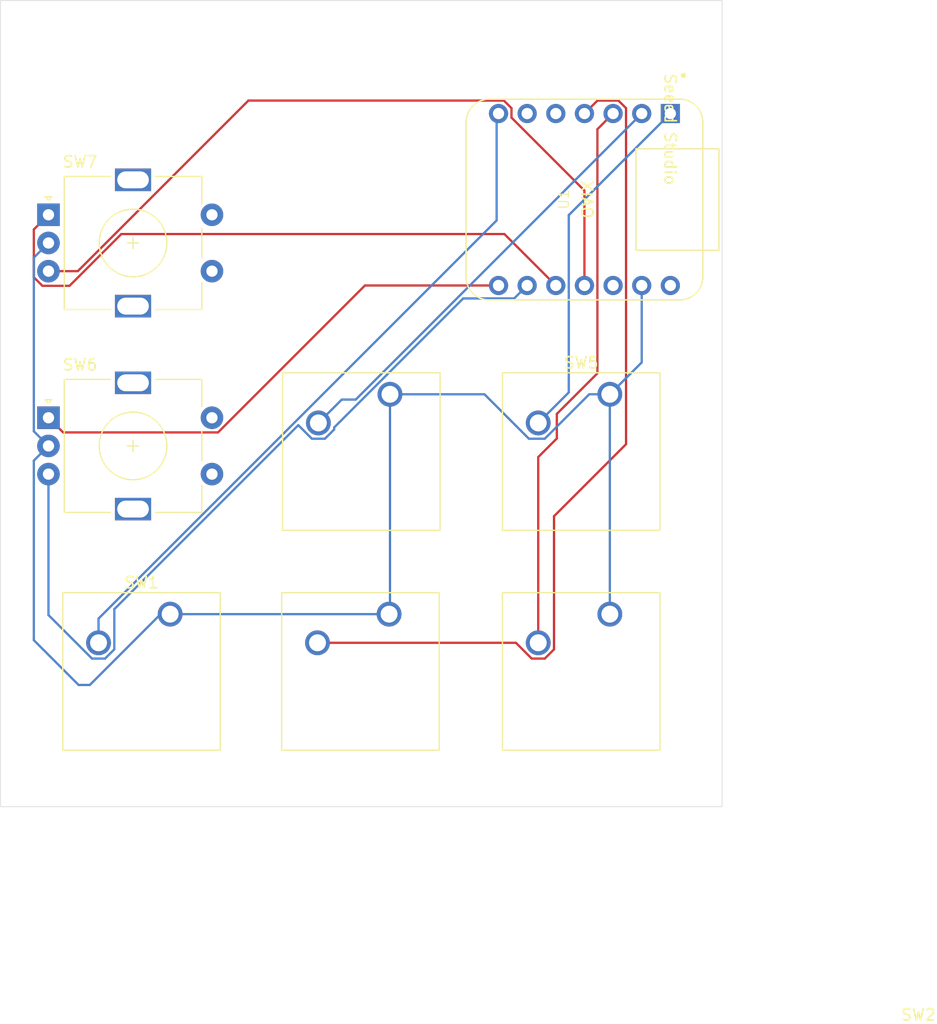
<source format=kicad_pcb>
(kicad_pcb (version 20240108) (generator "pcbnew") (generator_version "8.0")
  (layers (0 "F.Cu" signal) (31 "B.Cu" signal) (34 "B.Paste" user) (35 "F.Paste" user) (36 "B.SilkS" user "B.Silkscreen") (37 "F.SilkS" user "F.Silkscreen") (38 "B.Mask" user) (39 "F.Mask" user) (44 "Edge.Cuts" user))
  (net 0 "")
  (net 1 "GND")
  (net 2 "1")
  (net 3 "2")
  (net 4 "3")
  (net 5 "4")
  (net 6 "5")
  (net 7 "B")
  (net 8 "A")
  (net 9 "A1")
  (net 10 "B2")
  (footprint "Button_Switch_Keyboard:SW_Cherry_MX_1.00u_PCB" (layer "F.Cu") (at 157.54 89.92)
    (property "Reference" "SW3" (hide yes))
    (property "Value" "SW_Push")
    (fp_line (start -9.525 -1.905) (end 4.445 -1.905) (stroke (width 0.12)) (layer "F.SilkS"))
    (fp_line (start -9.525 12.065) (end -9.525 -1.905) (stroke (width 0.12)) (layer "F.SilkS"))
    (fp_line (start 4.445 -1.905) (end 4.445 12.065) (stroke (width 0.12)) (layer "F.SilkS"))
    (fp_line (start 4.445 12.065) (end -9.525 12.065) (stroke (width 0.12)) (layer "F.SilkS"))
    (pad "" np_thru_hole circle (at -7.62 5.08) (size 1.7 1.7) (drill 1.7) (layers "*.Cu" "*.Mask"))
    (pad "" np_thru_hole circle (at -2.54 5.08) (size 4 4) (drill 4) (layers "*.Cu" "*.Mask"))
    (pad "" np_thru_hole circle (at 2.54 5.08) (size 1.7 1.7) (drill 1.7) (layers "*.Cu" "*.Mask"))
    (pad "1" thru_hole circle (at 0 0) (size 2.2 2.2) (drill 1.5) (layers "*.Cu" "*.Mask") (net 1 "GND"))
    (pad "2" thru_hole circle (at -6.35 2.54) (size 2.2 2.2) (drill 1.5) (layers "*.Cu" "*.Mask") (net 4 "3"))
  )
  (footprint "Button_Switch_Keyboard:SW_Cherry_MX_1.00u_PCB" (layer "F.Cu") (at 138.04 70.42)
    (property "Reference" "SW4" (hide yes))
    (property "Value" "SW_Push")
    (fp_line (start -9.525 -1.905) (end 4.445 -1.905) (stroke (width 0.12)) (layer "F.SilkS"))
    (fp_line (start -9.525 12.065) (end -9.525 -1.905) (stroke (width 0.12)) (layer "F.SilkS"))
    (fp_line (start 4.445 -1.905) (end 4.445 12.065) (stroke (width 0.12)) (layer "F.SilkS"))
    (fp_line (start 4.445 12.065) (end -9.525 12.065) (stroke (width 0.12)) (layer "F.SilkS"))
    (pad "" np_thru_hole circle (at -7.62 5.08) (size 1.7 1.7) (drill 1.7) (layers "*.Cu" "*.Mask"))
    (pad "" np_thru_hole circle (at -2.54 5.08) (size 4 4) (drill 4) (layers "*.Cu" "*.Mask"))
    (pad "" np_thru_hole circle (at 2.54 5.08) (size 1.7 1.7) (drill 1.7) (layers "*.Cu" "*.Mask"))
    (pad "1" thru_hole circle (at 0 0) (size 2.2 2.2) (drill 1.5) (layers "*.Cu" "*.Mask") (net 1 "GND"))
    (pad "2" thru_hole circle (at -6.35 2.54) (size 2.2 2.2) (drill 1.5) (layers "*.Cu" "*.Mask") (net 5 "4"))
  )
  (footprint "Button_Switch_Keyboard:SW_Cherry_MX_1.00u_PCB" (layer "F.Cu") (at 118.54 89.92)
    (property "Reference" "SW1" (at -2.54 -2.794 0) (layer "F.SilkS"))
    (property "Value" "SW_Push")
    (fp_line (start -9.525 -1.905) (end 4.445 -1.905) (stroke (width 0.12)) (layer "F.SilkS"))
    (fp_line (start -9.525 12.065) (end -9.525 -1.905) (stroke (width 0.12)) (layer "F.SilkS"))
    (fp_line (start 4.445 -1.905) (end 4.445 12.065) (stroke (width 0.12)) (layer "F.SilkS"))
    (fp_line (start 4.445 12.065) (end -9.525 12.065) (stroke (width 0.12)) (layer "F.SilkS"))
    (pad "" np_thru_hole circle (at -7.62 5.08) (size 1.7 1.7) (drill 1.7) (layers "*.Cu" "*.Mask"))
    (pad "" np_thru_hole circle (at -2.54 5.08) (size 4 4) (drill 4) (layers "*.Cu" "*.Mask"))
    (pad "" np_thru_hole circle (at 2.54 5.08) (size 1.7 1.7) (drill 1.7) (layers "*.Cu" "*.Mask"))
    (pad "1" thru_hole circle (at 0 0) (size 2.2 2.2) (drill 1.5) (layers "*.Cu" "*.Mask") (net 1 "GND"))
    (pad "2" thru_hole circle (at -6.35 2.54) (size 2.2 2.2) (drill 1.5) (layers "*.Cu" "*.Mask") (net 2 "1"))
  )
  (footprint "Button_Switch_Keyboard:SW_Cherry_MX_1.00u_PCB" (layer "F.Cu") (at 137.96 89.92)
    (property "Reference" "SW2" (at 46.95 35.536 0) (layer "F.SilkS"))
    (property "Value" "SW_Push")
    (fp_line (start -9.525 -1.905) (end 4.445 -1.905) (stroke (width 0.12)) (layer "F.SilkS"))
    (fp_line (start -9.525 12.065) (end -9.525 -1.905) (stroke (width 0.12)) (layer "F.SilkS"))
    (fp_line (start 4.445 -1.905) (end 4.445 12.065) (stroke (width 0.12)) (layer "F.SilkS"))
    (fp_line (start 4.445 12.065) (end -9.525 12.065) (stroke (width 0.12)) (layer "F.SilkS"))
    (pad "" np_thru_hole circle (at -7.62 5.08) (size 1.7 1.7) (drill 1.7) (layers "*.Cu" "*.Mask"))
    (pad "" np_thru_hole circle (at -2.54 5.08) (size 4 4) (drill 4) (layers "*.Cu" "*.Mask"))
    (pad "" np_thru_hole circle (at 2.54 5.08) (size 1.7 1.7) (drill 1.7) (layers "*.Cu" "*.Mask"))
    (pad "1" thru_hole circle (at 0 0) (size 2.2 2.2) (drill 1.5) (layers "*.Cu" "*.Mask") (net 1 "GND"))
    (pad "2" thru_hole circle (at -6.35 2.54) (size 2.2 2.2) (drill 1.5) (layers "*.Cu" "*.Mask") (net 3 "2"))
  )
  (footprint "Rotary_Encoder:RotaryEncoder_Alps_EC11E-Switch_Vertical_H20mm" (layer "F.Cu") (at 107.75 72.5)
    (property "Reference" "SW6" (at 2.8 -4.7 0) (layer "F.SilkS"))
    (property "Value" "RotaryEncoder")
    (fp_line (start -0.3 -1.6) (end 0.3 -1.6) (stroke (width 0.12)) (layer "F.SilkS"))
    (fp_line (start 0 -1.3) (end -0.3 -1.6) (stroke (width 0.12)) (layer "F.SilkS"))
    (fp_line (start 0.3 -1.6) (end 0 -1.3) (stroke (width 0.12)) (layer "F.SilkS"))
    (fp_line (start 1.4 -3.4) (end 1.4 8.4) (stroke (width 0.12)) (layer "F.SilkS"))
    (fp_line (start 5.5 -3.4) (end 1.4 -3.4) (stroke (width 0.12)) (layer "F.SilkS"))
    (fp_line (start 5.5 8.4) (end 1.4 8.4) (stroke (width 0.12)) (layer "F.SilkS"))
    (fp_line (start 7 2.5) (end 8 2.5) (stroke (width 0.12)) (layer "F.SilkS"))
    (fp_line (start 7.5 2) (end 7.5 3) (stroke (width 0.12)) (layer "F.SilkS"))
    (fp_line (start 9.5 -3.4) (end 13.6 -3.4) (stroke (width 0.12)) (layer "F.SilkS"))
    (fp_line (start 13.6 -3.4) (end 13.6 -1) (stroke (width 0.12)) (layer "F.SilkS"))
    (fp_line (start 13.6 1.2) (end 13.6 3.8) (stroke (width 0.12)) (layer "F.SilkS"))
    (fp_line (start 13.6 6) (end 13.6 8.4) (stroke (width 0.12)) (layer "F.SilkS"))
    (fp_line (start 13.6 8.4) (end 9.5 8.4) (stroke (width 0.12)) (layer "F.SilkS"))
    (fp_circle (center 7.5 2.5) (end 10.5 2.5) (stroke (width 0.12)) (fill none) (layer "F.SilkS"))
    (pad "A" thru_hole rect (at 0 0) (size 2 2) (drill 1) (layers "*.Cu" "*.Mask") (net 8 "A"))
    (pad "B" thru_hole circle (at 0 5) (size 2 2) (drill 1) (layers "*.Cu" "*.Mask") (net 7 "B"))
    (pad "C" thru_hole circle (at 0 2.5) (size 2 2) (drill 1) (layers "*.Cu" "*.Mask") (net 1 "GND"))
    (pad "MP" thru_hole rect (at 7.5 -3.1) (size 3.2 2) (drill oval 2.8 1.5) (layers "*.Cu" "*.Mask"))
    (pad "MP" thru_hole rect (at 7.5 8.1) (size 3.2 2) (drill oval 2.8 1.5) (layers "*.Cu" "*.Mask"))
    (pad "S1" thru_hole circle (at 14.5 5) (size 2 2) (drill 1) (layers "*.Cu" "*.Mask"))
    (pad "S2" thru_hole circle (at 14.5 0) (size 2 2) (drill 1) (layers "*.Cu" "*.Mask"))
  )
  (footprint "Rotary_Encoder:RotaryEncoder_Alps_EC11E-Switch_Vertical_H20mm" (layer "F.Cu") (at 107.75 54.5)
    (property "Reference" "SW7" (at 2.8 -4.7 0) (layer "F.SilkS"))
    (property "Value" "RotaryEncoder")
    (fp_line (start -0.3 -1.6) (end 0.3 -1.6) (stroke (width 0.12)) (layer "F.SilkS"))
    (fp_line (start 0 -1.3) (end -0.3 -1.6) (stroke (width 0.12)) (layer "F.SilkS"))
    (fp_line (start 0.3 -1.6) (end 0 -1.3) (stroke (width 0.12)) (layer "F.SilkS"))
    (fp_line (start 1.4 -3.4) (end 1.4 8.4) (stroke (width 0.12)) (layer "F.SilkS"))
    (fp_line (start 5.5 -3.4) (end 1.4 -3.4) (stroke (width 0.12)) (layer "F.SilkS"))
    (fp_line (start 5.5 8.4) (end 1.4 8.4) (stroke (width 0.12)) (layer "F.SilkS"))
    (fp_line (start 7 2.5) (end 8 2.5) (stroke (width 0.12)) (layer "F.SilkS"))
    (fp_line (start 7.5 2) (end 7.5 3) (stroke (width 0.12)) (layer "F.SilkS"))
    (fp_line (start 9.5 -3.4) (end 13.6 -3.4) (stroke (width 0.12)) (layer "F.SilkS"))
    (fp_line (start 13.6 -3.4) (end 13.6 -1) (stroke (width 0.12)) (layer "F.SilkS"))
    (fp_line (start 13.6 1.2) (end 13.6 3.8) (stroke (width 0.12)) (layer "F.SilkS"))
    (fp_line (start 13.6 6) (end 13.6 8.4) (stroke (width 0.12)) (layer "F.SilkS"))
    (fp_line (start 13.6 8.4) (end 9.5 8.4) (stroke (width 0.12)) (layer "F.SilkS"))
    (fp_circle (center 7.5 2.5) (end 10.5 2.5) (stroke (width 0.12)) (fill none) (layer "F.SilkS"))
    (pad "A" thru_hole rect (at 0 0) (size 2 2) (drill 1) (layers "*.Cu" "*.Mask") (net 9 "A1"))
    (pad "B" thru_hole circle (at 0 5) (size 2 2) (drill 1) (layers "*.Cu" "*.Mask") (net 10 "B2"))
    (pad "C" thru_hole circle (at 0 2.5) (size 2 2) (drill 1) (layers "*.Cu" "*.Mask") (net 1 "GND"))
    (pad "MP" thru_hole rect (at 7.5 -3.1) (size 3.2 2) (drill oval 2.8 1.5) (layers "*.Cu" "*.Mask"))
    (pad "MP" thru_hole rect (at 7.5 8.1) (size 3.2 2) (drill oval 2.8 1.5) (layers "*.Cu" "*.Mask"))
    (pad "S1" thru_hole circle (at 14.5 5) (size 2 2) (drill 1) (layers "*.Cu" "*.Mask"))
    (pad "S2" thru_hole circle (at 14.5 0) (size 2 2) (drill 1) (layers "*.Cu" "*.Mask"))
  )
  (footprint "Seeed Studio XIAO Series Library:XIAO-Generic-Thruhole-14P-2.54-21X17.8MM" (layer "F.Cu") (at 155.287985 53.14525 -90)
    (property "Reference" "U1" (at 0 1.827985 90) (layer "F.SilkS") (effects (font (size 0.889 0.889) (thickness 0.1016))))
    (property "Value" "Seeed Studio XIAO SAMD21" (hide yes))
    (fp_line (start -6.9 10.5) (end 6.9 10.5) (stroke (width 0.127)) (layer "F.SilkS"))
    (fp_line (start 8.9 8.5) (end 8.9 -8.5) (stroke (width 0.127)) (layer "F.SilkS"))
    (fp_line (start -4.5 -4.57073) (end -4.5 -11.92403) (stroke (width 0.127)) (layer "F.SilkS"))
    (fp_line (start 4.5 -4.57073) (end -4.5 -4.57073) (stroke (width 0.127)) (layer "F.SilkS"))
    (fp_line (start -8.9 -8.5) (end -8.9 8.5) (stroke (width 0.127)) (layer "F.SilkS"))
    (fp_line (start 6.9 -10.49909) (end -6.9 -10.49909) (stroke (width 0.127)) (layer "F.SilkS"))
    (fp_line (start -4.5 -11.92403) (end 4.5 -11.92403) (stroke (width 0.127)) (layer "F.SilkS"))
    (fp_line (start 4.5 -11.92403) (end 4.5 -4.57073) (stroke (width 0.127)) (layer "F.SilkS"))
    (fp_arc (start -6.9 10.5) (mid -8.301423 9.901423) (end -8.9 8.5) (stroke (width 0.12)) (layer "F.SilkS"))
    (fp_arc (start 8.9 8.5) (mid 8.314214 9.914214) (end 6.9 10.5) (stroke (width 0.12)) (layer "F.SilkS"))
    (fp_arc (start -8.9 -8.5) (mid -8.301491 -9.901491) (end -6.9 -10.5) (stroke (width 0.12)) (layer "F.SilkS"))
    (fp_arc (start 6.9 -10.5) (mid 8.301494 -9.901494) (end 8.9 -8.5) (stroke (width 0.12)) (layer "F.SilkS"))
    (fp_circle (center -11 -8.8) (end -11 -9.054) (fill solid) (layer "F.SilkS"))
    (fp_poly (pts (xy -8.887715 -8.561705) (xy -8.884667 -8.610473) (xy -8.880603 -8.659494)) (stroke (width 0.0254)) (fill none) (layer "F.SilkS"))
    (fp_poly (pts (xy 8.889492 8.521574) (xy 8.887713 8.57085) (xy 8.884665 8.619618) (xy 8.880601 8.668639) (xy 8.875268 8.717407) (xy 8.868664 8.766175) (xy 8.861044 8.81469) (xy 8.852153 8.86295) (xy 8.842248 8.910955)) (stroke (width 0.0254)) (fill none) (layer "F.SilkS"))
    (fp_text user "Seeed Studio" (at -6.229 -7.61253 -90) (layer "F.SilkS"))
    (fp_text user "XIAO" (at 0 -0.212015 -90) (layer "F.SilkS"))
    (pad "1" thru_hole rect (at -7.625 -7.62 270) (size 1.7 1.7) (drill 1) (layers "*.Cu" "*.Mask") (net 6 "5"))
    (pad "2" thru_hole circle (at -7.625 -5.08 270) (size 1.7 1.7) (drill 1) (layers "*.Cu" "*.Mask") (net 5 "4"))
    (pad "3" thru_hole circle (at -7.625 -2.54 270) (size 1.7 1.7) (drill 1) (layers "*.Cu" "*.Mask") (net 4 "3"))
    (pad "4" thru_hole circle (at -7.625 0 270) (size 1.7 1.7) (drill 1) (layers "*.Cu" "*.Mask") (net 3 "2"))
    (pad "5" thru_hole circle (at -7.625 2.54 270) (size 1.7 1.7) (drill 1) (layers "*.Cu" "*.Mask"))
    (pad "6" thru_hole circle (at -7.625 5.08 90) (size 1.7 1.7) (drill 1) (layers "*.Cu" "*.Mask"))
    (pad "7" thru_hole circle (at -7.625 7.62 270) (size 1.7 1.7) (drill 1) (layers "*.Cu" "*.Mask") (net 2 "1"))
    (pad "8" thru_hole circle (at 7.625 7.62 270) (size 1.7 1.7) (drill 1) (layers "*.Cu" "*.Mask") (net 8 "A"))
    (pad "9" thru_hole circle (at 7.625 5.08 270) (size 1.7 1.7) (drill 1) (layers "*.Cu" "*.Mask") (net 7 "B"))
    (pad "10" thru_hole circle (at 7.625 2.54 270) (size 1.7 1.7) (drill 1) (layers "*.Cu" "*.Mask") (net 9 "A1"))
    (pad "11" thru_hole circle (at 7.625 0 270) (size 1.7 1.7) (drill 1) (layers "*.Cu" "*.Mask") (net 10 "B2"))
    (pad "12" thru_hole circle (at 7.625 -2.54 270) (size 1.7 1.7) (drill 1) (layers "*.Cu" "*.Mask"))
    (pad "13" thru_hole circle (at 7.625 -5.08 270) (size 1.7 1.7) (drill 1) (layers "*.Cu" "*.Mask") (net 1 "GND"))
    (pad "14" thru_hole circle (at 7.625 -7.62 270) (size 1.7 1.7) (drill 1) (layers "*.Cu" "*.Mask"))
  )
  (footprint "Button_Switch_Keyboard:SW_Cherry_MX_1.00u_PCB" (layer "F.Cu") (at 157.54 70.42)
    (property "Reference" "SW5" (at -2.54 -2.794 0) (layer "F.SilkS"))
    (property "Value" "SW_Push")
    (fp_line (start -9.525 -1.905) (end 4.445 -1.905) (stroke (width 0.12)) (layer "F.SilkS"))
    (fp_line (start -9.525 12.065) (end -9.525 -1.905) (stroke (width 0.12)) (layer "F.SilkS"))
    (fp_line (start 4.445 -1.905) (end 4.445 12.065) (stroke (width 0.12)) (layer "F.SilkS"))
    (fp_line (start 4.445 12.065) (end -9.525 12.065) (stroke (width 0.12)) (layer "F.SilkS"))
    (pad "" np_thru_hole circle (at -7.62 5.08) (size 1.7 1.7) (drill 1.7) (layers "*.Cu" "*.Mask"))
    (pad "" np_thru_hole circle (at -2.54 5.08) (size 4 4) (drill 4) (layers "*.Cu" "*.Mask"))
    (pad "" np_thru_hole circle (at 2.54 5.08) (size 1.7 1.7) (drill 1.7) (layers "*.Cu" "*.Mask"))
    (pad "1" thru_hole circle (at 0 0) (size 2.2 2.2) (drill 1.5) (layers "*.Cu" "*.Mask") (net 1 "GND"))
    (pad "2" thru_hole circle (at -6.35 2.54) (size 2.2 2.2) (drill 1.5) (layers "*.Cu" "*.Mask") (net 6 "5"))
  )
  (gr_rect (start 103.5 35.5) (end 167.5 107) (stroke (width 0.05)) (fill none) (layer "Edge.Cuts"))
  (segment (start 157.54 70.42) (end 155.709899 70.42) (width 0.2) (layer "B.Cu") (net 1))
  (segment (start 106.45 76.3) (end 107.75 75) (width 0.2) (layer "B.Cu") (net 1))
  (segment (start 110.422944 96.2) (end 106.45 92.227056) (width 0.2) (layer "B.Cu") (net 1))
  (segment (start 155.709899 70.42) (end 151.769899 74.36) (width 0.2) (layer "B.Cu") (net 1))
  (segment (start 160.367985 67.592015) (end 157.54 70.42) (width 0.2) (layer "B.Cu") (net 1))
  (segment (start 137.96 89.92) (end 118.54 89.92) (width 0.2) (layer "B.Cu") (net 1))
  (segment (start 160.367985 60.77025) (end 160.367985 67.592015) (width 0.2) (layer "B.Cu") (net 1))
  (segment (start 117.697056 89.92) (end 111.417056 96.2) (width 0.2) (layer "B.Cu") (net 1))
  (segment (start 106.45 73.7) (end 106.45 58.3) (width 0.2) (layer "B.Cu") (net 1))
  (segment (start 151.769899 74.36) (end 150.36 74.36) (width 0.2) (layer "B.Cu") (net 1))
  (segment (start 106.45 92.227056) (end 106.45 76.3) (width 0.2) (layer "B.Cu") (net 1))
  (segment (start 106.45 58.3) (end 107.75 57) (width 0.2) (layer "B.Cu") (net 1))
  (segment (start 111.417056 96.2) (end 110.422944 96.2) (width 0.2) (layer "B.Cu") (net 1))
  (segment (start 146.42 70.42) (end 138.04 70.42) (width 0.2) (layer "B.Cu") (net 1))
  (segment (start 107.75 75) (end 106.45 73.7) (width 0.2) (layer "B.Cu") (net 1))
  (segment (start 138.04 70.42) (end 138.04 89.84) (width 0.2) (layer "B.Cu") (net 1))
  (segment (start 138.04 89.84) (end 137.96 89.92) (width 0.2) (layer "B.Cu") (net 1))
  (segment (start 118.54 89.92) (end 117.697056 89.92) (width 0.2) (layer "B.Cu") (net 1))
  (segment (start 157.54 89.92) (end 157.54 70.42) (width 0.2) (layer "B.Cu") (net 1))
  (segment (start 150.36 74.36) (end 146.42 70.42) (width 0.2) (layer "B.Cu") (net 1))
  (segment (start 147.667985 45.52025) (end 147.52025 45.52025) (width 0.2) (layer "B.Cu") (net 2))
  (segment (start 147.5 45.5) (end 147.5 55) (width 0.2) (layer "B.Cu") (net 2))
  (segment (start 147.52025 45.52025) (end 147.5 45.5) (width 0.2) (layer "B.Cu") (net 2))
  (segment (start 112.19 90.31) (end 112.19 92.46) (width 0.2) (layer "B.Cu") (net 2))
  (segment (start 147.5 55) (end 112.19 90.31) (width 0.2) (layer "B.Cu") (net 2))
  (segment (start 158.977985 74.845417) (end 152.59 81.233402) (width 0.2) (layer "F.Cu") (net 3))
  (segment (start 156.437985 44.37025) (end 158.304331 44.37025) (width 0.2) (layer "F.Cu") (net 3))
  (segment (start 158.304331 44.37025) (end 158.977985 45.043904) (width 0.2) (layer "F.Cu") (net 3))
  (segment (start 152.59 93.039899) (end 151.769899 93.86) (width 0.2) (layer "F.Cu") (net 3))
  (segment (start 158.977985 45.043904) (end 158.977985 74.845417) (width 0.2) (layer "F.Cu") (net 3))
  (segment (start 155.287985 45.52025) (end 156.437985 44.37025) (width 0.2) (layer "F.Cu") (net 3))
  (segment (start 150.610101 93.86) (end 149.210101 92.46) (width 0.2) (layer "F.Cu") (net 3))
  (segment (start 152.59 81.233402) (end 152.59 93.039899) (width 0.2) (layer "F.Cu") (net 3))
  (segment (start 151.769899 93.86) (end 150.610101 93.86) (width 0.2) (layer "F.Cu") (net 3))
  (segment (start 149.210101 92.46) (end 131.61 92.46) (width 0.2) (layer "F.Cu") (net 3))
  (segment (start 156.437985 46.91025) (end 156.437985 68.562015) (width 0.2) (layer "F.Cu") (net 4))
  (segment (start 157.827985 45.52025) (end 156.437985 46.91025) (width 0.2) (layer "F.Cu") (net 4))
  (segment (start 152.838299 74.338299) (end 151.19 75.986598) (width 0.2) (layer "F.Cu") (net 4))
  (segment (start 156.437985 68.562015) (end 152.838299 72.161701) (width 0.2) (layer "F.Cu") (net 4))
  (segment (start 151.19 75.986598) (end 151.19 92.46) (width 0.2) (layer "F.Cu") (net 4))
  (segment (start 152.838299 72.161701) (end 152.838299 74.338299) (width 0.2) (layer "F.Cu") (net 4))
  (segment (start 133.761765 70.888235) (end 131.69 72.96) (width 0.2) (layer "B.Cu") (net 5))
  (segment (start 160.367985 45.52025) (end 135 70.888235) (width 0.2) (layer "B.Cu") (net 5))
  (segment (start 135 70.888235) (end 133.761765 70.888235) (width 0.2) (layer "B.Cu") (net 5))
  (segment (start 153.897985 54.53025) (end 153.897985 70.252015) (width 0.2) (layer "B.Cu") (net 6))
  (segment (start 162.907985 45.52025) (end 153.897985 54.53025) (width 0.2) (layer "B.Cu") (net 6))
  (segment (start 153.897985 70.252015) (end 151.19 72.96) (width 0.2) (layer "B.Cu") (net 6))
  (segment (start 144.533671 61.92025) (end 133.09 73.363921) (width 0.2) (layer "B.Cu") (net 7))
  (segment (start 107.75 89.999899) (end 107.75 77.5) (width 0.2) (layer "B.Cu") (net 7))
  (segment (start 149.057985 61.92025) (end 144.533671 61.92025) (width 0.2) (layer "B.Cu") (net 7))
  (segment (start 133.09 73.363921) (end 133.09 73.539899) (width 0.2) (layer "B.Cu") (net 7))
  (segment (start 131.110101 74.36) (end 129.907893 73.157792) (width 0.2) (layer "B.Cu") (net 7))
  (segment (start 133.09 73.539899) (end 132.269899 74.36) (width 0.2) (layer "B.Cu") (net 7))
  (segment (start 113.59 89.475685) (end 113.59 93.039899) (width 0.2) (layer "B.Cu") (net 7))
  (segment (start 112.769899 93.86) (end 111.610101 93.86) (width 0.2) (layer "B.Cu") (net 7))
  (segment (start 113.59 93.039899) (end 112.769899 93.86) (width 0.2) (layer "B.Cu") (net 7))
  (segment (start 111.610101 93.86) (end 107.75 89.999899) (width 0.2) (layer "B.Cu") (net 7))
  (segment (start 132.269899 74.36) (end 131.110101 74.36) (width 0.2) (layer "B.Cu") (net 7))
  (segment (start 150.207985 60.77025) (end 149.057985 61.92025) (width 0.2) (layer "B.Cu") (net 7))
  (segment (start 129.907893 73.157792) (end 113.59 89.475685) (width 0.2) (layer "B.Cu") (net 7))
  (segment (start 109.05 73.8) (end 107.75 72.5) (width 0.2) (layer "F.Cu") (net 8))
  (segment (start 122.788478 73.8) (end 109.05 73.8) (width 0.2) (layer "F.Cu") (net 8))
  (segment (start 135.818228 60.77025) (end 122.788478 73.8) (width 0.2) (layer "F.Cu") (net 8))
  (segment (start 147.667985 60.77025) (end 135.818228 60.77025) (width 0.2) (layer "F.Cu") (net 8))
  (segment (start 152.747985 60.77025) (end 148.185578 56.207843) (width 0.2) (layer "F.Cu") (net 9))
  (segment (start 106.45 60.038478) (end 106.45 55.8) (width 0.2) (layer "F.Cu") (net 9))
  (segment (start 107.211522 60.8) (end 106.45 60.038478) (width 0.2) (layer "F.Cu") (net 9))
  (segment (start 106.45 55.8) (end 107.75 54.5) (width 0.2) (layer "F.Cu") (net 9))
  (segment (start 148.185578 56.207843) (end 114.207843 56.207843) (width 0.2) (layer "F.Cu") (net 9))
  (segment (start 109.615686 60.8) (end 107.211522 60.8) (width 0.2) (layer "F.Cu") (net 9))
  (segment (start 114.207843 56.207843) (end 109.615686 60.8) (width 0.2) (layer "F.Cu") (net 9))
  (segment (start 155.287985 52.352299) (end 148.817985 45.882299) (width 0.2) (layer "F.Cu") (net 10))
  (segment (start 125.47975 44.37025) (end 110.35 59.5) (width 0.2) (layer "F.Cu") (net 10))
  (segment (start 148.817985 45.043904) (end 148.144331 44.37025) (width 0.2) (layer "F.Cu") (net 10))
  (segment (start 110.35 59.5) (end 107.75 59.5) (width 0.2) (layer "F.Cu") (net 10))
  (segment (start 148.817985 45.882299) (end 148.817985 45.043904) (width 0.2) (layer "F.Cu") (net 10))
  (segment (start 148.144331 44.37025) (end 125.47975 44.37025) (width 0.2) (layer "F.Cu") (net 10))
  (segment (start 155.287985 60.77025) (end 155.287985 52.352299) (width 0.2) (layer "F.Cu") (net 10))
)
</source>
